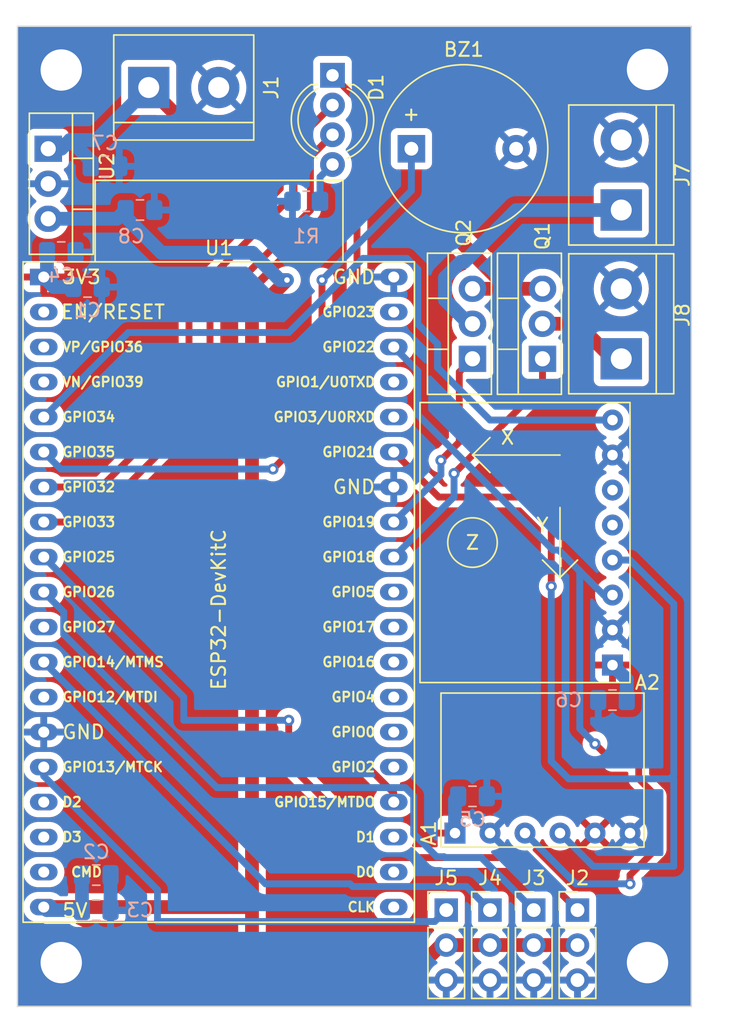
<source format=kicad_pcb>
(kicad_pcb (version 20221018) (generator pcbnew)
  (layers (0 "F.Cu" signal) (31 "B.Cu" signal) (34 "B.Paste" user) (35 "F.Paste" user) (36 "B.SilkS" user "B.Silkscreen") (37 "F.SilkS" user "F.Silkscreen") (38 "B.Mask" user) (39 "F.Mask" user) (44 "Edge.Cuts" user))
  (net 0 "")
  (net 1 "GND")
  (net 2 "+3V3")
  (net 3 "+5V")
  (net 4 "+BATT")
  (net 5 "blueled")
  (net 6 "greenled")
  (net 7 "redled")
  (net 8 "Net-(D1-K)")
  (net 12 "servoout1")
  (net 13 "servoout2")
  (net 14 "servoout3")
  (net 27 "SDA")
  (net 30 "SCL")
  (net 33 "INTMPU")
  (net 34 "buzzer")
  (net 37 "pyro2out")
  (net 38 "pyro1out")
  (net 39 "MOSI")
  (net 40 "servoout4")
  (net 41 "pyro1")
  (net 42 "pyro2")
  (footprint "TerminalBlock:TerminalBlock_bornier-2_P5.08mm" (layer "F.Cu") (at 70.485 41.275 90)
    (fp_text reference "J8" (at 3.175 4.445 90) (layer "F.SilkS"))
    (fp_text value "Screw_Terminal_01x02")
    (fp_line (start -2.54 -3.81) (end -2.54 3.81) (stroke (width 0.12)) (layer "F.SilkS"))
    (fp_line (start -2.54 3.81) (end 7.62 3.81) (stroke (width 0.12)) (layer "F.SilkS"))
    (fp_line (start 7.62 -3.81) (end -2.54 -3.81) (stroke (width 0.12)) (layer "F.SilkS"))
    (fp_line (start 7.62 2.54) (end -2.54 2.54) (stroke (width 0.12)) (layer "F.SilkS"))
    (fp_line (start 7.62 3.81) (end 7.62 -3.81) (stroke (width 0.12)) (layer "F.SilkS"))
    (pad "1" thru_hole rect (at 0 0 90) (size 3 3) (drill 1.52) (layers "*.Cu" "*.Mask") (net 38 "pyro1out"))
    (pad "2" thru_hole circle (at 5.08 0 90) (size 3 3) (drill 1.52) (layers "*.Cu" "*.Mask") (net 1 "GND"))
  )
  (footprint "Connector_PinHeader_2.54mm:PinHeader_1x03_P2.54mm_Vertical" (layer "F.Cu") (at 60.96 81.28)
    (fp_text reference "J4" (at 0 -2.33) (layer "F.SilkS"))
    (fp_text value "Conn_01x03")
    (fp_line (start -1.33 -1.33) (end 0 -1.33) (stroke (width 0.12)) (layer "F.SilkS"))
    (fp_line (start -1.33 0) (end -1.33 -1.33) (stroke (width 0.12)) (layer "F.SilkS"))
    (fp_line (start -1.33 1.27) (end -1.33 6.41) (stroke (width 0.12)) (layer "F.SilkS"))
    (fp_line (start -1.33 1.27) (end 1.33 1.27) (stroke (width 0.12)) (layer "F.SilkS"))
    (fp_line (start -1.33 6.41) (end 1.33 6.41) (stroke (width 0.12)) (layer "F.SilkS"))
    (fp_line (start 1.33 1.27) (end 1.33 6.41) (stroke (width 0.12)) (layer "F.SilkS"))
    (pad "1" thru_hole rect (at 0 0) (size 1.7 1.7) (drill 1) (layers "*.Cu" "*.Mask") (net 14 "servoout3"))
    (pad "2" thru_hole oval (at 0 2.54) (size 1.7 1.7) (drill 1) (layers "*.Cu" "*.Mask") (net 3 "+5V"))
    (pad "3" thru_hole oval (at 0 5.08) (size 1.7 1.7) (drill 1) (layers "*.Cu" "*.Mask") (net 1 "GND"))
  )
  (footprint "Buzzer_Beeper:Buzzer_12x9.5RM7.6" (layer "F.Cu") (at 55.255 26.035)
    (fp_text reference "BZ1" (at 3.8 -7.2) (layer "F.SilkS"))
    (fp_text value "Buzzer")
    (fp_text user "+" (at -0.01 -2.54) (layer "F.SilkS"))
    (fp_circle (center 3.8 0) (end 9.9 0) (stroke (width 0.12)) (fill none) (layer "F.SilkS"))
    (pad "1" thru_hole rect (at 0 0) (size 2 2) (drill 1) (layers "*.Cu" "*.Mask") (net 34 "buzzer"))
    (pad "2" thru_hole circle (at 7.6 0) (size 2 2) (drill 1) (layers "*.Cu" "*.Mask") (net 1 "GND"))
  )
  (footprint "Charleslabs_Parts:MPU6050_Module" (layer "F.Cu") (at 69.85 63.5 180)
    (fp_text reference "A2" (at -2.54 -1.27) (layer "F.SilkS"))
    (fp_text value "MPU6050_Module")
    (fp_text user "Z" (at 10.16 8.89) (layer "F.SilkS"))
    (fp_text user "Y" (at 5.08 10.16) (layer "F.SilkS"))
    (fp_text user "X" (at 7.62 16.51) (layer "F.SilkS"))
    (fp_line (start -1.27 -1.27) (end 13.97 -1.27) (stroke (width 0.12)) (layer "F.SilkS"))
    (fp_line (start -1.27 19.05) (end -1.27 -1.27) (stroke (width 0.12)) (layer "F.SilkS"))
    (fp_line (start 2.54 7.62) (end 3.81 6.35) (stroke (width 0.12)) (layer "F.SilkS"))
    (fp_line (start 3.81 6.35) (end 2.54 7.62) (stroke (width 0.12)) (layer "F.SilkS"))
    (fp_line (start 3.81 6.35) (end 5.08 7.62) (stroke (width 0.12)) (layer "F.SilkS"))
    (fp_line (start 3.81 11.43) (end 3.81 6.35) (stroke (width 0.12)) (layer "F.SilkS"))
    (fp_line (start 3.81 15.24) (end 10.16 15.24) (stroke (width 0.12)) (layer "F.SilkS"))
    (fp_line (start 10.16 15.24) (end 8.89 13.97) (stroke (width 0.12)) (layer "F.SilkS"))
    (fp_line (start 10.16 15.24) (end 8.89 16.51) (stroke (width 0.12)) (layer "F.SilkS"))
    (fp_line (start 13.97 -1.27) (end 13.97 19.05) (stroke (width 0.12)) (layer "F.SilkS"))
    (fp_line (start 13.97 19.05) (end -1.27 19.05) (stroke (width 0.12)) (layer "F.SilkS"))
    (fp_circle (center 10.16 8.89) (end 8.89 7.62) (stroke (width 0.12)) (fill none) (layer "F.SilkS"))
    (pad "1" thru_hole rect (at 0 0 180) (size 1.524 1.524) (drill 0.762) (layers "*.Cu" "*.Mask") (net 2 "+3V3"))
    (pad "2" thru_hole circle (at 0 2.54 180) (size 1.524 1.524) (drill 0.762) (layers "*.Cu" "*.Mask") (net 1 "GND"))
    (pad "3" thru_hole circle (at 0 5.08 180) (size 1.524 1.524) (drill 0.762) (layers "*.Cu" "*.Mask") (net 30 "SCL"))
    (pad "4" thru_hole circle (at 0 7.62 180) (size 1.524 1.524) (drill 0.762) (layers "*.Cu" "*.Mask") (net 27 "SDA"))
    (pad "5" thru_hole circle (at 0 10.16 180) (size 1.524 1.524) (drill 0.762) (layers "*.Cu" "*.Mask"))
    (pad "6" thru_hole circle (at 0 12.7 180) (size 1.524 1.524) (drill 0.762) (layers "*.Cu" "*.Mask"))
    (pad "7" thru_hole circle (at 0 15.24 180) (size 1.524 1.524) (drill 0.762) (layers "*.Cu" "*.Mask") (net 1 "GND"))
    (pad "8" thru_hole circle (at 0 17.78 180) (size 1.524 1.524) (drill 0.762) (layers "*.Cu" "*.Mask") (net 33 "INTMPU"))
  )
  (footprint "Package_TO_SOT_THT:TO-220-3_Vertical" (layer "F.Cu") (at 59.69 41.275 90)
    (fp_text reference "Q2" (at 9.14 -0.635 90) (layer "F.SilkS"))
    (fp_text value "IRF540N")
    (fp_line (start -2.58 -3.27) (end -2.58 1.371) (stroke (width 0.12)) (layer "F.SilkS"))
    (fp_line (start -2.58 -3.27) (end 7.66 -3.27) (stroke (width 0.12)) (layer "F.SilkS"))
    (fp_line (start -2.58 -1.76) (end 7.66 -1.76) (stroke (width 0.12)) (layer "F.SilkS"))
    (fp_line (start -2.58 1.371) (end 7.66 1.371) (stroke (width 0.12)) (layer "F.SilkS"))
    (fp_line (start 0.69 -3.27) (end 0.69 -1.76) (stroke (width 0.12)) (layer "F.SilkS"))
    (fp_line (start 4.391 -3.27) (end 4.391 -1.76) (stroke (width 0.12)) (layer "F.SilkS"))
    (fp_line (start 7.66 -3.27) (end 7.66 1.371) (stroke (width 0.12)) (layer "F.SilkS"))
    (pad "1" thru_hole rect (at 0 0 90) (size 1.905 2) (drill 1.1) (layers "*.Cu" "*.Mask") (net 42 "pyro2"))
    (pad "2" thru_hole oval (at 2.54 0 90) (size 1.905 2) (drill 1.1) (layers "*.Cu" "*.Mask") (net 37 "pyro2out"))
    (pad "3" thru_hole oval (at 5.08 0 90) (size 1.905 2) (drill 1.1) (layers "*.Cu" "*.Mask") (net 4 "+BATT"))
  )
  (footprint "LED_THT:LED_D5.0mm-4_RGB_Wide_Pins" (layer "F.Cu") (at 49.53 20.701 -90)
    (fp_text reference "D1" (at 0.889 -3.175 -90) (layer "F.SilkS"))
    (fp_text value "LED_BGRK")
    (fp_line (start 0.6785 -1.545) (end 0.6785 -1.08) (stroke (width 0.12)) (layer "F.SilkS"))
    (fp_line (start 0.6785 1.08) (end 0.6785 1.545) (stroke (width 0.12)) (layer "F.SilkS"))
    (fp_arc (start 0.6785 -1.54483) (mid 3.496956 -2.978809) (end 6.026315 -1.080827) (stroke (width 0.12)) (layer "F.SilkS"))
    (fp_arc (start 0.983816 -1.08) (mid 3.238262 -2.5) (end 5.492979 -1.080429) (stroke (width 0.12)) (layer "F.SilkS"))
    (fp_arc (start 5.492979 1.080429) (mid 3.238262 2.5) (end 0.983816 1.08) (stroke (width 0.12)) (layer "F.SilkS"))
    (fp_arc (start 6.026315 1.080827) (mid 3.496956 2.978808) (end 0.6785 1.54483) (stroke (width 0.12)) (layer "F.SilkS"))
    (pad "1" thru_hole rect (at 0 0 270) (size 1.8 1.8) (drill 0.9) (layers "*.Cu" "*.Mask") (net 5 "blueled"))
    (pad "2" thru_hole circle (at 2.159 0 270) (size 1.8 1.8) (drill 0.9) (layers "*.Cu" "*.Mask") (net 6 "greenled"))
    (pad "3" thru_hole circle (at 4.318 0 270) (size 1.8 1.8) (drill 0.9) (layers "*.Cu" "*.Mask") (net 7 "redled"))
    (pad "4" thru_hole circle (at 6.477 0 270) (size 1.8 1.8) (drill 0.9) (layers "*.Cu" "*.Mask") (net 8 "Net-(D1-K)"))
  )
  (footprint "TerminalBlock:TerminalBlock_bornier-2_P5.08mm" (layer "F.Cu") (at 36.195 21.59)
    (fp_text reference "J1" (at 8.89 0 90) (layer "F.SilkS"))
    (fp_text value "Screw_Terminal_01x02")
    (fp_line (start -2.54 -3.81) (end -2.54 3.81) (stroke (width 0.12)) (layer "F.SilkS"))
    (fp_line (start -2.54 3.81) (end 7.62 3.81) (stroke (width 0.12)) (layer "F.SilkS"))
    (fp_line (start 7.62 -3.81) (end -2.54 -3.81) (stroke (width 0.12)) (layer "F.SilkS"))
    (fp_line (start 7.62 2.54) (end -2.54 2.54) (stroke (width 0.12)) (layer "F.SilkS"))
    (fp_line (start 7.62 3.81) (end 7.62 -3.81) (stroke (width 0.12)) (layer "F.SilkS"))
    (pad "1" thru_hole rect (at 0 0) (size 3 3) (drill 1.52) (layers "*.Cu" "*.Mask") (net 4 "+BATT"))
    (pad "2" thru_hole circle (at 5.08 0) (size 3 3) (drill 1.52) (layers "*.Cu" "*.Mask") (net 1 "GND"))
  )
  (footprint "Charleslabs_Parts:BMP280_Module" (layer "F.Cu") (at 58.42 75.692 90)
    (fp_text reference "A1" (at 0 -1.905 90) (layer "F.SilkS"))
    (fp_text value "BMP280_Module")
    (fp_line (start -1.016 -1.016) (end 10.16 -1.016) (stroke (width 0.12)) (layer "F.SilkS"))
    (fp_line (start -1.016 13.716) (end -1.016 -1.016) (stroke (width 0.12)) (layer "F.SilkS"))
    (fp_line (start 10.16 -1.016) (end 10.16 13.716) (stroke (width 0.12)) (layer "F.SilkS"))
    (fp_line (start 10.16 13.716) (end -1.016 13.716) (stroke (width 0.12)) (layer "F.SilkS"))
    (pad "1" thru_hole rect (at 0 0 90) (size 1.524 1.524) (drill 0.762) (layers "*.Cu" "*.Mask") (net 2 "+3V3"))
    (pad "2" thru_hole circle (at 0 2.54 90) (size 1.524 1.524) (drill 0.762) (layers "*.Cu" "*.Mask") (net 1 "GND"))
    (pad "3" thru_hole circle (at 0 5.08 90) (size 1.524 1.524) (drill 0.762) (layers "*.Cu" "*.Mask") (net 30 "SCL"))
    (pad "4" thru_hole circle (at 0 7.62 90) (size 1.524 1.524) (drill 0.762) (layers "*.Cu" "*.Mask") (net 27 "SDA"))
    (pad "5" thru_hole circle (at 0 10.16 90) (size 1.524 1.524) (drill 0.762) (layers "*.Cu" "*.Mask") (net 2 "+3V3"))
    (pad "6" thru_hole circle (at 0 12.7 90) (size 1.524 1.524) (drill 0.762) (layers "*.Cu" "*.Mask") (net 1 "GND"))
  )
  (footprint "Connector_PinHeader_2.54mm:PinHeader_1x03_P2.54mm_Vertical" (layer "F.Cu") (at 67.31 81.28)
    (fp_text reference "J2" (at 0 -2.33) (layer "F.SilkS"))
    (fp_text value "Conn_01x03")
    (fp_line (start -1.33 -1.33) (end 0 -1.33) (stroke (width 0.12)) (layer "F.SilkS"))
    (fp_line (start -1.33 0) (end -1.33 -1.33) (stroke (width 0.12)) (layer "F.SilkS"))
    (fp_line (start -1.33 1.27) (end -1.33 6.41) (stroke (width 0.12)) (layer "F.SilkS"))
    (fp_line (start -1.33 1.27) (end 1.33 1.27) (stroke (width 0.12)) (layer "F.SilkS"))
    (fp_line (start -1.33 6.41) (end 1.33 6.41) (stroke (width 0.12)) (layer "F.SilkS"))
    (fp_line (start 1.33 1.27) (end 1.33 6.41) (stroke (width 0.12)) (layer "F.SilkS"))
    (pad "1" thru_hole rect (at 0 0) (size 1.7 1.7) (drill 1) (layers "*.Cu" "*.Mask") (net 12 "servoout1"))
    (pad "2" thru_hole oval (at 0 2.54) (size 1.7 1.7) (drill 1) (layers "*.Cu" "*.Mask") (net 3 "+5V"))
    (pad "3" thru_hole oval (at 0 5.08) (size 1.7 1.7) (drill 1) (layers "*.Cu" "*.Mask") (net 1 "GND"))
  )
  (footprint "TerminalBlock:TerminalBlock_bornier-2_P5.08mm" (layer "F.Cu") (at 70.485 30.48 90)
    (fp_text reference "J7" (at 2.54 4.445 90) (layer "F.SilkS"))
    (fp_text value "Screw_Terminal_01x02")
    (fp_line (start -2.54 -3.81) (end -2.54 3.81) (stroke (width 0.12)) (layer "F.SilkS"))
    (fp_line (start -2.54 3.81) (end 7.62 3.81) (stroke (width 0.12)) (layer "F.SilkS"))
    (fp_line (start 7.62 -3.81) (end -2.54 -3.81) (stroke (width 0.12)) (layer "F.SilkS"))
    (fp_line (start 7.62 2.54) (end -2.54 2.54) (stroke (width 0.12)) (layer "F.SilkS"))
    (fp_line (start 7.62 3.81) (end 7.62 -3.81) (stroke (width 0.12)) (layer "F.SilkS"))
    (pad "1" thru_hole rect (at 0 0 90) (size 3 3) (drill 1.52) (layers "*.Cu" "*.Mask") (net 37 "pyro2out"))
    (pad "2" thru_hole circle (at 5.08 0 90) (size 3 3) (drill 1.52) (layers "*.Cu" "*.Mask") (net 1 "GND"))
  )
  (footprint "Package_TO_SOT_THT:TO-220-3_Vertical" (layer "F.Cu") (at 64.77 41.275 90)
    (fp_text reference "Q1" (at 8.89 0 90) (layer "F.SilkS"))
    (fp_text value "IRF540N")
    (fp_line (start -2.58 -3.27) (end -2.58 1.371) (stroke (width 0.12)) (layer "F.SilkS"))
    (fp_line (start -2.58 -3.27) (end 7.66 -3.27) (stroke (width 0.12)) (layer "F.SilkS"))
    (fp_line (start -2.58 -1.76) (end 7.66 -1.76) (stroke (width 0.12)) (layer "F.SilkS"))
    (fp_line (start -2.58 1.371) (end 7.66 1.371) (stroke (width 0.12)) (layer "F.SilkS"))
    (fp_line (start 0.69 -3.27) (end 0.69 -1.76) (stroke (width 0.12)) (layer "F.SilkS"))
    (fp_line (start 4.391 -3.27) (end 4.391 -1.76) (stroke (width 0.12)) (layer "F.SilkS"))
    (fp_line (start 7.66 -3.27) (end 7.66 1.371) (stroke (width 0.12)) (layer "F.SilkS"))
    (pad "1" thru_hole rect (at 0 0 90) (size 1.905 2) (drill 1.1) (layers "*.Cu" "*.Mask") (net 41 "pyro1"))
    (pad "2" thru_hole oval (at 2.54 0 90) (size 1.905 2) (drill 1.1) (layers "*.Cu" "*.Mask") (net 38 "pyro1out"))
    (pad "3" thru_hole oval (at 5.08 0 90) (size 1.905 2) (drill 1.1) (layers "*.Cu" "*.Mask") (net 4 "+BATT"))
  )
  (footprint "Espressif:ESP32-DevKitC" (layer "F.Cu") (at 28.575 35.34156)
    (fp_text reference "U1" (at 12.7 -2.1) (layer "F.SilkS"))
    (fp_text value "ESP32-DevKitC" (at 12.7 24.13 90) (layer "F.SilkS"))
    (fp_text user "GPIO34" (at 1.27 10.16 unlocked) (layer "F.SilkS") (effects (font (size 0.7 0.7)) (justify left)))
    (fp_text user "D1" (at 24.13 40.64 unlocked) (layer "F.SilkS") (effects (font (size 0.7 0.7)) (justify right)))
    (fp_text user "GPIO33" (at 1.27 17.78 unlocked) (layer "F.SilkS") (effects (font (size 0.7 0.7)) (justify left)))
    (fp_text user "GND" (at 1.27 33.02 unlocked) (layer "F.SilkS") (effects (justify left)))
    (fp_text user "GPIO32" (at 1.27 15.24 unlocked) (layer "F.SilkS") (effects (font (size 0.7 0.7)) (justify left)))
    (fp_text user "CLK" (at 24.13 45.72 unlocked) (layer "F.SilkS") (effects (font (size 0.7 0.7)) (justify right)))
    (fp_text user "GPIO0" (at 24.13 33.02 unlocked) (layer "F.SilkS") (effects (font (size 0.7 0.7)) (justify right)))
    (fp_text user "GPIO5" (at 24.13 22.86 unlocked) (layer "F.SilkS") (effects (font (size 0.7 0.7)) (justify right)))
    (fp_text user "VN/GPIO39" (at 1.27 7.62 unlocked) (layer "F.SilkS") (effects (font (size 0.7 0.7)) (justify left)))
    (fp_text user "GPIO15/MTDO" (at 24.13 38.1 unlocked) (layer "F.SilkS") (effects (font (size 0.7 0.7)) (justify right)))
    (fp_text user "D3" (at 1.27 40.64 unlocked) (layer "F.SilkS") (effects (font (size 0.7 0.7)) (justify left)))
    (fp_text user "GPIO16" (at 24.13 27.94 unlocked) (layer "F.SilkS") (effects (font (size 0.7 0.7)) (justify right)))
    (fp_text user "GPIO27" (at 1.27 25.4 unlocked) (layer "F.SilkS") (effects (font (size 0.7 0.7)) (justify left)))
    (fp_text user "GPIO18" (at 24.13 20.32 unlocked) (layer "F.SilkS") (effects (font (size 0.7 0.7)) (justify right)))
    (fp_text user "D2" (at 1.27 38.1 unlocked) (layer "F.SilkS") (effects (font (size 0.7 0.7)) (justify left)))
    (fp_text user "GND" (at 24.13 15.24 unlocked) (layer "F.SilkS") (effects (justify right)))
    (fp_text user "GPIO25" (at 1.27 20.32 unlocked) (layer "F.SilkS") (effects (font (size 0.7 0.7)) (justify left)))
    (fp_text user "GND" (at 24.13 0 unlocked) (layer "F.SilkS") (effects (justify right)))
    (fp_text user "GPIO2" (at 24.13 35.56 unlocked) (layer "F.SilkS") (effects (font (size 0.7 0.7)) (justify right)))
    (fp_text user "EN/RESET" (at 8.88632 2.53728 unlocked) (layer "F.SilkS") (effects (justify right)))
    (fp_text user "GPIO22" (at 24.13 5.08 unlocked) (layer "F.SilkS") (effects (font (size 0.7 0.7)) (justify right)))
    (fp_text user "GPIO19" (at 24.13 17.78 unlocked) (layer "F.SilkS") (effects (font (size 0.7 0.7)) (justify right)))
    (fp_text user "GPIO12/MTDI" (at 1.27 30.48 unlocked) (layer "F.SilkS") (effects (font (size 0.7 0.7)) (justify left)))
    (fp_text user "5V" (at 1.26632 45.97128 unlocked) (layer "F.SilkS") (effects (justify left)))
    (fp_text user "GPIO17" (at 24.13 25.4 unlocked) (layer "F.SilkS") (effects (font (size 0.7 0.7)) (justify right)))
    (fp_text user "GPIO23" (at 24.13 2.54 unlocked) (layer "F.SilkS") (effects (font (size 0.7 0.7)) (justify right)))
    (fp_text user "GPIO4" (at 24.13 30.48 unlocked) (layer "F.SilkS") (effects (font (size 0.7 0.7)) (justify right)))
    (fp_text user "3V3" (at 1.27 0 unlocked) (layer "F.SilkS") (effects (justify left)))
    (fp_text user "GPIO35" (at 1.27 12.7 unlocked) (layer "F.SilkS") (effects (font (size 0.7 0.7)) (justify left)))
    (fp_text user "D0" (at 24.13 43.18 unlocked) (layer "F.SilkS") (effects (font (size 0.7 0.7)) (justify right)))
    (fp_text user "GPIO14/MTMS" (at 1.27 27.94 unlocked) (layer "F.SilkS") (effects (font (size 0.7 0.7)) (justify left)))
    (fp_text user "GPIO21" (at 24.13 12.7 unlocked) (layer "F.SilkS") (effects (font (size 0.7 0.7)) (justify right)))
    (fp_text user "GPIO26" (at 1.27 22.86 unlocked) (layer "F.SilkS") (effects (font (size 0.7 0.7)) (justify left)))
    (fp_text user "GPIO3/U0RXD" (at 24.13 10.16 unlocked) (layer "F.SilkS") (effects (font (size 0.7 0.7)) (justify right)))
    (fp_text user "VP/GPIO36" (at 1.27 5.08 unlocked) (layer "F.SilkS") (effects (font (size 0.7 0.7)) (justify left)))
    (fp_text user "GPIO1/U0TXD" (at 24.13 7.62 unlocked) (layer "F.SilkS") (effects (font (size 0.7 0.7)) (justify right)))
    (fp_text user "GPIO13/MTCK" (at 1.27 35.56 unlocked) (layer "F.SilkS") (effects (font (size 0.7 0.7)) (justify left)))
    (fp_text user "CMD" (at 1.905 43.18 unlocked) (layer "F.SilkS") (effects (font (size 0.7 0.7)) (justify left)))
    (fp_line (start -1.5 46.82) (end 26.899999 46.82) (stroke (width 0.12)) (layer "F.SilkS"))
    (fp_line (start -1.499999 -1.1) (end -1.5 46.82) (stroke (width 0.12)) (layer "F.SilkS"))
    (fp_line (start 3.73012 -7.01312) (end 21.71332 -7.01312) (stroke (width 0.12)) (layer "F.SilkS"))
    (fp_line (start 3.73012 -1.12032) (end 3.73012 -7.01312) (stroke (width 0.12)) (layer "F.SilkS"))
    (fp_line (start 21.71332 -7.01312) (end 21.71332 -1.12032) (stroke (width 0.12)) (layer "F.SilkS"))
    (fp_line (start 26.899999 46.82) (end 26.9 -1.1) (stroke (width 0.12)) (layer "F.SilkS"))
    (fp_line (start 26.9 -1.1) (end -1.499999 -1.1) (stroke (width 0.12)) (layer "F.SilkS"))
    (pad "1" thru_hole rect (at 0 0 270) (size 1.2 2) (drill 0.8) (layers "*.Cu" "*.Mask") (net 2 "+3V3"))
    (pad "2" thru_hole oval (at 0 2.54 270) (size 1.2 2) (drill 0.8) (layers "*.Cu" "*.Mask"))
    (pad "3" thru_hole oval (at 0 5.08 270) (size 1.2 2) (drill 0.8) (layers "*.Cu" "*.Mask"))
    (pad "4" thru_hole oval (at 0 7.62 270) (size 1.2 2) (drill 0.8) (layers "*.Cu" "*.Mask"))
    (pad "5" thru_hole oval (at 0 10.16 270) (size 1.2 2) (drill 0.8) (layers "*.Cu" "*.Mask") (net 33 "INTMPU"))
    (pad "6" thru_hole oval (at 0 12.7 270) (size 1.2 2) (drill 0.8) (layers "*.Cu" "*.Mask") (net 34 "buzzer"))
    (pad "7" thru_hole oval (at 0 15.24 270) (size 1.2 2) (drill 0.8) (layers "*.Cu" "*.Mask") (net 6 "greenled"))
    (pad "8" thru_hole oval (at 0 17.78 270) (size 1.2 2) (drill 0.8) (layers "*.Cu" "*.Mask") (net 7 "redled"))
    (pad "9" thru_hole oval (at 0 20.32 270) (size 1.2 2) (drill 0.8) (layers "*.Cu" "*.Mask") (net 12 "servoout1"))
    (pad "10" thru_hole oval (at 0 22.86 270) (size 1.2 2) (drill 0.8) (layers "*.Cu" "*.Mask") (net 13 "servoout2"))
    (pad "11" thru_hole oval (at 0 25.4 270) (size 1.2 2) (drill 0.8) (layers "*.Cu" "*.Mask"))
    (pad "12" thru_hole oval (at 0 27.94 270) (size 1.2 2) (drill 0.8) (layers "*.Cu" "*.Mask") (net 14 "servoout3"))
    (pad "13" thru_hole oval (at 0 30.48 270) (size 1.2 2) (drill 0.8) (layers "*.Cu" "*.Mask"))
    (pad "14" thru_hole oval (at 0 33.02 270) (size 1.2 2) (drill 0.8) (layers "*.Cu" "*.Mask") (net 1 "GND"))
    (pad "15" thru_hole oval (at 0 35.56 270) (size 1.2 2) (drill 0.8) (layers "*.Cu" "*.Mask") (net 40 "servoout4"))
    (pad "16" thru_hole oval (at 0 38.1 270) (size 1.2 2) (drill 0.8) (layers "*.Cu" "*.Mask"))
    (pad "17" thru_hole oval (at 0 40.64 270) (size 1.2 2) (drill 0.8) (layers "*.Cu" "*.Mask"))
    (pad "18" thru_hole oval (at 0 43.18 270) (size 1.2 2) (drill 0.8) (layers "*.Cu" "*.Mask"))
    (pad "19" thru_hole oval (at 0 45.72 270) (size 1.2 2) (drill 0.8) (layers "*.Cu" "*.Mask") (net 3 "+5V"))
    (pad "20" thru_hole oval (at 25.39632 45.71728 270) (size 1.2 2) (drill 0.8) (layers "*.Cu" "*.Mask"))
    (pad "21" thru_hole oval (at 25.39632 43.17728 270) (size 1.2 2) (drill 0.8) (layers "*.Cu" "*.Mask"))
    (pad "22" thru_hole oval (at 25.4 40.64 270) (size 1.2 2) (drill 0.8) (layers "*.Cu" "*.Mask"))
    (pad "23" thru_hole oval (at 25.4 38.1 270) (size 1.2 2) (drill 0.8) (layers "*.Cu" "*.Mask") (net 5 "blueled"))
    (pad "24" thru_hole oval (at 25.4 35.56 270) (size 1.2 2) (drill 0.8) (layers "*.Cu" "*.Mask"))
    (pad "25" thru_hole oval (at 25.4 33.02 270) (size 1.2 2) (drill 0.8) (layers "*.Cu" "*.Mask"))
    (pad "26" thru_hole oval (at 25.4 30.48 270) (size 1.2 2) (drill 0.8) (layers "*.Cu" "*.Mask"))
    (pad "27" thru_hole oval (at 25.4 27.94 270) (size 1.2 2) (drill 0.8) (layers "*.Cu" "*.Mask"))
    (pad "28" thru_hole oval (at 25.4 25.4 270) (size 1.2 2) (drill 0.8) (layers "*.Cu" "*.Mask"))
    (pad "29" thru_hole oval (at 25.4 22.86 270) (size 1.2 2) (drill 0.8) (layers "*.Cu" "*.Mask"))
    (pad "30" thru_hole oval (at 25.4 20.32 270) (size 1.2 2) (drill 0.8) (layers "*.Cu" "*.Mask") (net 41 "pyro1"))
    (pad "31" thru_hole oval (at 25.4 17.78 270) (size 1.2 2) (drill 0.8) (layers "*.Cu" "*.Mask") (net 42 "pyro2"))
    (pad "32" thru_hole oval (at 25.4 15.24 270) (size 1.2 2) (drill 0.8) (layers "*.Cu" "*.Mask") (net 1 "GND"))
    (pad "33" thru_hole oval (at 25.4 12.7 270) (size 1.2 2) (drill 0.8) (layers "*.Cu" "*.Mask") (net 27 "SDA"))
    (pad "34" thru_hole oval (at 25.4 10.16 270) (size 1.2 2) (drill 0.8) (layers "*.Cu" "*.Mask"))
    (pad "35" thru_hole oval (at 25.4 7.62 270) (size 1.2 2) (drill 0.8) (layers "*.Cu" "*.Mask"))
    (pad "36" thru_hole oval (at 25.4 5.08 270) (size 1.2 2) (drill 0.8) (layers "*.Cu" "*.Mask") (net 30 "SCL"))
    (pad "37" thru_hole oval (at 25.4 2.54 270) (size 1.2 2) (drill 0.8) (layers "*.Cu" "*.Mask") (net 39 "MOSI"))
    (pad "38" thru_hole oval (at 25.4 0 270) (size 1.2 2) (drill 0.8) (layers "*.Cu" "*.Mask") (net 1 "GND"))
  )
  (footprint "Connector_PinHeader_2.54mm:PinHeader_1x03_P2.54mm_Vertical" (layer "F.Cu") (at 57.785 81.28)
    (fp_text reference "J5" (at 0 -2.33) (layer "F.SilkS"))
    (fp_text value "Conn_01x03")
    (fp_line (start -1.33 -1.33) (end 0 -1.33) (stroke (width 0.12)) (layer "F.SilkS"))
    (fp_line (start -1.33 0) (end -1.33 -1.33) (stroke (width 0.12)) (layer "F.SilkS"))
    (fp_line (start -1.33 1.27) (end -1.33 6.41) (stroke (width 0.12)) (layer "F.SilkS"))
    (fp_line (start -1.33 1.27) (end 1.33 1.27) (stroke (width 0.12)) (layer "F.SilkS"))
    (fp_line (start -1.33 6.41) (end 1.33 6.41) (stroke (width 0.12)) (layer "F.SilkS"))
    (fp_line (start 1.33 1.27) (end 1.33 6.41) (stroke (width 0.12)) (layer "F.SilkS"))
    (pad "1" thru_hole rect (at 0 0) (size 1.7 1.7) (drill 1) (layers "*.Cu" "*.Mask") (net 40 "servoout4"))
    (pad "2" thru_hole oval (at 0 2.54) (size 1.7 1.7) (drill 1) (layers "*.Cu" "*.Mask") (net 3 "+5V"))
    (pad "3" thru_hole oval (at 0 5.08) (size 1.7 1.7) (drill 1) (layers "*.Cu" "*.Mask") (net 1 "GND"))
  )
  (footprint "Connector_PinHeader_2.54mm:PinHeader_1x03_P2.54mm_Vertical" (layer "F.Cu") (at 64.135 81.28)
    (fp_text reference "J3" (at 0 -2.33) (layer "F.SilkS"))
    (fp_text value "Conn_01x03")
    (fp_line (start -1.33 -1.33) (end 0 -1.33) (stroke (width 0.12)) (layer "F.SilkS"))
    (fp_line (start -1.33 0) (end -1.33 -1.33) (stroke (width 0.12)) (layer "F.SilkS"))
    (fp_line (start -1.33 1.27) (end -1.33 6.41) (stroke (width 0.12)) (layer "F.SilkS"))
    (fp_line (start -1.33 1.27) (end 1.33 1.27) (stroke (width 0.12)) (layer "F.SilkS"))
    (fp_line (start -1.33 6.41) (end 1.33 6.41) (stroke (width 0.12)) (layer "F.SilkS"))
    (fp_line (start 1.33 1.27) (end 1.33 6.41) (stroke (width 0.12)) (layer "F.SilkS"))
    (pad "1" thru_hole rect (at 0 0) (size 1.7 1.7) (drill 1) (layers "*.Cu" "*.Mask") (net 13 "servoout2"))
    (pad "2" thru_hole oval (at 0 2.54) (size 1.7 1.7) (drill 1) (layers "*.Cu" "*.Mask") (net 3 "+5V"))
    (pad "3" thru_hole oval (at 0 5.08) (size 1.7 1.7) (drill 1) (layers "*.Cu" "*.Mask") (net 1 "GND"))
  )
  (footprint "Package_TO_SOT_THT:TO-220-3_Vertical" (layer "F.Cu") (at 28.9 26.035 -90)
    (fp_text reference "U2" (at 1.27 -4.27 -270) (layer "F.SilkS"))
    (fp_text value "LM7805_TO220")
    (fp_line (start -2.58 -3.27) (end -2.58 1.371) (stroke (width 0.12)) (layer "F.SilkS"))
    (fp_line (start -2.58 -3.27) (end 7.66 -3.27) (stroke (width 0.12)) (layer "F.SilkS"))
    (fp_line (start -2.58 -1.76) (end 7.66 -1.76) (stroke (width 0.12)) (layer "F.SilkS"))
    (fp_line (start -2.58 1.371) (end 7.66 1.371) (stroke (width 0.12)) (layer "F.SilkS"))
    (fp_line (start 0.69 -3.27) (end 0.69 -1.76) (stroke (width 0.12)) (layer "F.SilkS"))
    (fp_line (start 4.391 -3.27) (end 4.391 -1.76) (stroke (width 0.12)) (layer "F.SilkS"))
    (fp_line (start 7.66 -3.27) (end 7.66 1.371) (stroke (width 0.12)) (layer "F.SilkS"))
    (pad "1" thru_hole rect (at 0 0 270) (size 1.905 2) (drill 1.1) (layers "*.Cu" "*.Mask") (net 4 "+BATT"))
    (pad "2" thru_hole oval (at 2.54 0 270) (size 1.905 2) (drill 1.1) (layers "*.Cu" "*.Mask") (net 1 "GND"))
    (pad "3" thru_hole oval (at 5.08 0 270) (size 1.905 2) (drill 1.1) (layers "*.Cu" "*.Mask") (net 3 "+5V"))
  )
  (footprint "Capacitor_SMD:C_0805_2012Metric_Pad1.18x1.45mm_HandSolder" (layer "B.Cu") (at 59.69 73.025)
    (fp_text reference "C5" (at 0 1.68) (layer "B.SilkS") (effects (justify mirror)))
    (fp_text value "1uf")
    (fp_line (start -0.261252 -0.735) (end 0.261252 -0.735) (stroke (width 0.12)) (layer "B.SilkS"))
    (fp_line (start -0.261252 0.735) (end 0.261252 0.735) (stroke (width 0.12)) (layer "B.SilkS"))
    (pad "1" smd roundrect (at -1.0375 0) (size 1.175 1.45) (layers "B.Cu" "B.Paste" "B.Mask") (roundrect_rratio 0.212766) (net 2 "+3V3"))
    (pad "2" smd roundrect (at 1.0375 0) (size 1.175 1.45) (layers "B.Cu" "B.Paste" "B.Mask") (roundrect_rratio 0.212766) (net 1 "GND"))
  )
  (footprint "Capacitor_SMD:C_0805_2012Metric_Pad1.18x1.45mm_HandSolder" (layer "B.Cu") (at 31.75 36.068)
    (fp_text reference "C1" (at 0 1.68) (layer "B.SilkS") (effects (justify mirror)))
    (fp_text value "1uf")
    (fp_line (start -0.261252 -0.735) (end 0.261252 -0.735) (stroke (width 0.12)) (layer "B.SilkS"))
    (fp_line (start -0.261252 0.735) (end 0.261252 0.735) (stroke (width 0.12)) (layer "B.SilkS"))
    (pad "1" smd roundrect (at -1.0375 0) (size 1.175 1.45) (layers "B.Cu" "B.Paste" "B.Mask") (roundrect_rratio 0.212766) (net 2 "+3V3"))
    (pad "2" smd roundrect (at 1.0375 0) (size 1.175 1.45) (layers "B.Cu" "B.Paste" "B.Mask") (roundrect_rratio 0.212766) (net 1 "GND"))
  )
  (footprint "Capacitor_SMD:C_0805_2012Metric_Pad1.18x1.45mm_HandSolder" (layer "B.Cu") (at 29.845 33.528)
    (fp_text reference "C4" (at 0 1.68) (layer "B.SilkS") (effects (justify mirror)))
    (fp_text value "1uf")
    (fp_line (start -0.261252 -0.735) (end 0.261252 -0.735) (stroke (width 0.12)) (layer "B.SilkS"))
    (fp_line (start -0.261252 0.735) (end 0.261252 0.735) (stroke (width 0.12)) (layer "B.SilkS"))
    (pad "1" smd roundrect (at -1.0375 0) (size 1.175 1.45) (layers "B.Cu" "B.Paste" "B.Mask") (roundrect_rratio 0.212766) (net 2 "+3V3"))
    (pad "2" smd roundrect (at 1.0375 0) (size 1.175 1.45) (layers "B.Cu" "B.Paste" "B.Mask") (roundrect_rratio 0.212766) (net 1 "GND"))
  )
  (footprint "Capacitor_SMD:C_0805_2012Metric_Pad1.18x1.45mm_HandSolder" (layer "B.Cu") (at 69.85 66.04 180)
    (fp_text reference "C6" (at 3.175 0) (layer "B.SilkS") (effects (justify mirror)))
    (fp_text value "1uf")
    (fp_line (start -0.261252 -0.735) (end 0.261252 -0.735) (stroke (width 0.12)) (layer "B.SilkS"))
    (fp_line (start -0.261252 0.735) (end 0.261252 0.735) (stroke (width 0.12)) (layer "B.SilkS"))
    (pad "1" smd roundrect (at -1.0375 0 180) (size 1.175 1.45) (layers "B.Cu" "B.Paste" "B.Mask") (roundrect_rratio 0.212766) (net 2 "+3V3"))
    (pad "2" smd roundrect (at 1.0375 0 180) (size 1.175 1.45) (layers "B.Cu" "B.Paste" "B.Mask") (roundrect_rratio 0.212766) (net 1 "GND"))
  )
  (footprint "Capacitor_SMD:C_0805_2012Metric_Pad1.18x1.45mm_HandSolder" (layer "B.Cu") (at 32.385 78.74 180)
    (fp_text reference "C2" (at 0 1.68) (layer "B.SilkS") (effects (justify mirror)))
    (fp_text value "1uf")
    (fp_line (start -0.261252 -0.735) (end 0.261252 -0.735) (stroke (width 0.12)) (layer "B.SilkS"))
    (fp_line (start -0.261252 0.735) (end 0.261252 0.735) (stroke (width 0.12)) (layer "B.SilkS"))
    (pad "1" smd roundrect (at -1.0375 0 180) (size 1.175 1.45) (layers "B.Cu" "B.Paste" "B.Mask") (roundrect_rratio 0.212766) (net 1 "GND"))
    (pad "2" smd roundrect (at 1.0375 0 180) (size 1.175 1.45) (layers "B.Cu" "B.Paste" "B.Mask") (roundrect_rratio 0.212766) (net 3 "+5V"))
  )
  (footprint "Capacitor_SMD:C_0805_2012Metric_Pad1.18x1.45mm_HandSolder" (layer "B.Cu") (at 35.56 30.48 180)
    (fp_text reference "C8" (at 0.635 -1.905) (layer "B.SilkS") (effects (justify mirror)))
    (fp_text value "0.1uf")
    (fp_line (start -0.261252 -0.735) (end 0.261252 -0.735) (stroke (width 0.12)) (layer "B.SilkS"))
    (fp_line (start -0.261252 0.735) (end 0.261252 0.735) (stroke (width 0.12)) (layer "B.SilkS"))
    (pad "1" smd roundrect (at -1.0375 0 180) (size 1.175 1.45) (layers "B.Cu" "B.Paste" "B.Mask") (roundrect_rratio 0.212766) (net 1 "GND"))
    (pad "2" smd roundrect (at 1.0375 0 180) (size 1.175 1.45) (layers "B.Cu" "B.Paste" "B.Mask") (roundrect_rratio 0.212766) (net 3 "+5V"))
  )
  (footprint "Resistor_SMD:R_0805_2012Metric_Pad1.20x1.40mm_HandSolder" (layer "B.Cu") (at 47.625 29.845)
    (fp_text reference "R1" (at 0 2.54) (layer "B.SilkS") (effects (justify mirror)))
    (fp_text value "R1k")
    (fp_line (start -0.227064 -0.735) (end 0.227064 -0.735) (stroke (width 0.12)) (layer "B.SilkS"))
    (fp_line (start -0.227064 0.735) (end 0.227064 0.735) (stroke (width 0.12)) (layer "B.SilkS"))
    (pad "1" smd roundrect (at -1 0) (size 1.2 1.4) (layers "B.Cu" "B.Paste" "B.Mask") (roundrect_rratio 0.208333) (net 1 "GND"))
    (pad "2" smd roundrect (at 1 0) (size 1.2 1.4) (layers "B.Cu" "B.Paste" "B.Mask") (roundrect_rratio 0.208333) (net 8 "Net-(D1-K)"))
  )
  (footprint "Capacitor_SMD:C_0805_2012Metric_Pad1.18x1.45mm_HandSolder" (layer "B.Cu") (at 32.385 81.28 180)
    (fp_text reference "C3" (at -3.175 0) (layer "B.SilkS") (effects (justify mirror)))
    (fp_text value "1uf")
    (fp_line (start -0.261252 -0.735) (end 0.261252 -0.735) (stroke (width 0.12)) (layer "B.SilkS"))
    (fp_line (start -0.261252 0.735) (end 0.261252 0.735) (stroke (width 0.12)) (layer "B.SilkS"))
    (pad "1" smd roundrect (at -1.0375 0 180) (size 1.175 1.45) (layers "B.Cu" "B.Paste" "B.Mask") (roundrect_rratio 0.212766) (net 1 "GND"))
    (pad "2" smd roundrect (at 1.0375 0 180) (size 1.175 1.45) (layers "B.Cu" "B.Paste" "B.Mask") (roundrect_rratio 0.212766) (net 3 "+5V"))
  )
  (footprint "Capacitor_SMD:C_0805_2012Metric_Pad1.18x1.45mm_HandSolder" (layer "B.Cu") (at 33.02 27.305 180)
    (fp_text reference "C7" (at 0 1.68) (layer "B.SilkS") (effects (justify mirror)))
    (fp_text value "0.33uf")
    (fp_line (start -0.261252 -0.735) (end 0.261252 -0.735) (stroke (width 0.12)) (layer "B.SilkS"))
    (fp_line (start -0.261252 0.735) (end 0.261252 0.735) (stroke (width 0.12)) (layer "B.SilkS"))
    (pad "1" smd roundrect (at -1.0375 0 180) (size 1.175 1.45) (layers "B.Cu" "B.Paste" "B.Mask") (roundrect_rratio 0.212766) (net 1 "GND"))
    (pad "2" smd roundrect (at 1.0375 0 180) (size 1.175 1.45) (layers "B.Cu" "B.Paste" "B.Mask") (roundrect_rratio 0.212766) (net 4 "+BATT"))
  )
  (gr_rect (start 26.67 17.145) (end 75.565 88.265) (stroke (width 0.1)) (fill none) (layer "Edge.Cuts"))
  (via (at 29.845 20.32) (size 5) (drill 3) (layers "F.Cu" "B.Cu") (net 1))
  (via (at 29.845 85.09) (size 5) (drill 3) (layers "F.Cu" "B.Cu") (net 1))
  (via (at 72.39 20.28) (size 5) (drill 3) (layers "F.Cu" "B.Cu") (net 1))
  (via (at 72.39 85.09) (size 5) (drill 3) (layers "F.Cu" "B.Cu") (net 1))
  (segment (start 31.38306 84.23656) (end 31.4745 84.328) (width 1) (layer "B.Cu") (net 1))
  (segment (start 28.575 84.23656) (end 31.38306 84.23656) (width 1) (layer "B.Cu") (net 1))
  (segment (start 33.4225 78.74) (end 33.4225 81.28) (width 1) (layer "B.Cu") (net 1))
  (segment (start 31.3475 84.201) (end 31.4745 84.328) (width 1) (layer "B.Cu") (net 1))
  (segment (start 70.8875 66.04) (end 70.8875 64.5375) (width 1) (layer "B.Cu") (net 2))
  (segment (start 28.8075 35.10906) (end 28.575 35.34156) (width 1) (layer "B.Cu") (net 2))
  (segment (start 28.8075 33.528) (end 28.8075 35.10906) (width 1) (layer "B.Cu") (net 2))
  (segment (start 29.30144 36.068) (end 28.575 35.34156) (width 1) (layer "B.Cu") (net 2))
  (segment (start 58.42 75.692) (end 58.42 73.2575) (width 1) (layer "B.Cu") (net 2))
  (segment (start 30.7125 36.068) (end 29.30144 36.068) (width 1) (layer "B.Cu") (net 2))
  (segment (start 58.42 73.2575) (end 58.6525 73.025) (width 1) (layer "B.Cu") (net 2))
  (segment (start 70.8875 64.5375) (end 69.85 63.5) (width 1) (layer "B.Cu") (net 2))
  (segment (start 43.688 38.1) (end 46.228 35.56) (width 1) (layer "F.Cu") (net 3))
  (segment (start 57.404 83.82) (end 54.356 86.868) (width 1) (layer "F.Cu") (net 3))
  (segment (start 43.688 86.868) (end 43.688 81.28) (width 1) (layer "F.Cu") (net 3))
  (segment (start 28.575 81.06156) (end 43.46956 81.06156) (width 1) (layer "F.Cu") (net 3))
  (segment (start 54.356 86.868) (end 43.688 86.868) (width 1) (layer "F.Cu") (net 3))
  (segment (start 57.912 83.82) (end 57.404 83.82) (width 1) (layer "F.Cu") (net 3))
  (segment (start 43.688 81.28) (end 43.688 38.1) (width 1) (layer "F.Cu") (net 3))
  (segment (start 65.024 83.82) (end 61.468 83.82) (width 1) (layer "F.Cu") (net 3))
  (segment (start 61.468 83.82) (end 57.912 83.82) (width 1) (layer "F.Cu") (net 3))
  (segment (start 43.46956 81.06156) (end 43.688 81.28) (width 1) (layer "F.Cu") (net 3))
  (segment (start 64.135 83.82) (end 67.31 83.82) (width 1) (layer "F.Cu") (net 3))
  (via (at 46.228 35.56) (size 0.8) (drill 0.4) (layers "F.Cu" "B.Cu") (net 3))
  (segment (start 31.3475 81.28) (end 28.79344 81.28) (width 1) (layer "B.Cu") (net 3))
  (segment (start 34.5225 30.985267) (end 34.5225 30.48) (width 1) (layer "B.Cu") (net 3))
  (segment (start 46.228 35.56) (end 45.708233 35.56) (width 1) (layer "B.Cu") (net 3))
  (segment (start 31.3475 78.74) (end 31.3475 81.28) (width 1) (layer "B.Cu") (net 3))
  (segment (start 28.79344 81.28) (end 28.575 81.06156) (width 1) (layer "B.Cu") (net 3))
  (segment (start 37.119 33.581767) (end 34.5225 30.985267) (width 1) (layer "B.Cu") (net 3))
  (segment (start 45.708233 35.56) (end 43.73 33.581767) (width 1) (layer "B.Cu") (net 3))
  (segment (start 43.73 33.581767) (end 37.119 33.581767) (width 1) (layer "B.Cu") (net 3))
  (segment (start 33.8875 31.115) (end 28.9 31.115) (width 1) (layer "B.Cu") (net 3))
  (segment (start 34.5225 30.48) (end 33.8875 31.115) (width 1) (layer "B.Cu") (net 3))
  (segment (start 48.016 18.415) (end 42.341 24.09) (width 1) (layer "F.Cu") (net 4))
  (segment (start 62.23 36.195) (end 58.42 32.385) (width 1) (layer "F.Cu") (net 4))
  (segment (start 58.42 22.86) (end 55.245 19.685) (width 1) (layer "F.Cu") (net 4))
  (segment (start 42.341 24.09) (end 38.695 24.09) (width 1) (layer "F.Cu") (net 4))
  (segment (start 55.245 19.685) (end 52.07 19.685) (width 1) (layer "F.Cu") (net 4))
  (segment (start 64.77 36.195) (end 62.23 36.195) (width 1) (layer "F.Cu") (net 4))
  (segment (start 38.695 24.09) (end 36.195 21.59) (width 1) (layer "F.Cu") (net 4))
  (segment (start 62.23 36.195) (end 59.69 36.195) (width 1) (layer "F.Cu") (net 4))
  (segment (start 52.07 19.685) (end 50.8 18.415) (width 1) (layer "F.Cu") (net 4))
  (segment (start 58.42 32.385) (end 58.42 22.86) (width 1) (layer "F.Cu") (net 4))
  (segment (start 50.8 18.415) (end 48.016 18.415) (width 1) (layer "F.Cu") (net 4))
  (segment (start 32.385 25.4) (end 36.195 21.59) (width 1) (layer "B.Cu") (net 4))
  (segment (start 29.845 26.035) (end 30.48 25.4) (width 1) (layer "B.Cu") (net 4))
  (segment (start 28.9 26.035) (end 29.845 26.035) (width 1) (layer "B.Cu") (net 4))
  (segment (start 31.9825 26.9025) (end 30.48 25.4) (width 1) (layer "B.Cu") (net 4))
  (segment (start 31.9825 27.305) (end 31.9825 26.9025) (width 1) (layer "B.Cu") (net 4))
  (segment (start 30.48 25.4) (end 32.385 25.4) (width 1) (layer "B.Cu") (net 4))
  (segment (start 53.975 73.44156) (end 53.975 72.786484) (width 0.5) (layer "F.Cu") (net 5))
  (segment (start 51.308 70.119484) (end 51.308 22.479) (width 0.5) (layer "F.Cu") (net 5))
  (segment (start 53.975 72.786484) (end 51.308 70.119484) (width 0.5) (layer "F.Cu") (net 5))
  (segment (start 51.308 22.479) (end 49.53 20.701) (width 0.5) (layer "F.Cu") (net 5))
  (segment (start 39.116 44.196) (end 39.116 36.957) (width 0.5) (layer "F.Cu") (net 6))
  (segment (start 39.116 36.957) (end 46.736 29.337) (width 0.5) (layer "F.Cu") (net 6))
  (segment (start 28.575 50.58156) (end 32.73044 50.58156) (width 0.5) (layer "F.Cu") (net 6))
  (segment (start 46.736 29.337) (end 46.736 25.908) (width 0.5) (layer "F.Cu") (net 6))
  (segment (start 47.625 25.019) (end 47.625 24.765) (width 0.5) (layer "F.Cu") (net 6))
  (segment (start 46.736 25.908) (end 47.625 25.019) (width 0.5) (layer "F.Cu") (net 6))
  (segment (start 47.625 24.765) (end 49.53 22.86) (width 0.5) (layer "F.Cu") (net 6))
  (segment (start 32.73044 50.58156) (end 39.116 44.196) (width 0.5) (layer "F.Cu") (net 6))
  (segment (start 47.926 26.623) (end 49.53 25.019) (width 0.5) (layer "F.Cu") (net 7))
  (segment (start 40.64 37.784) (end 47.926 30.498) (width 0.5) (layer "F.Cu") (net 7))
  (segment (start 28.575 53.12156) (end 31.96844 53.12156) (width 0.5) (layer "F.Cu") (net 7))
  (segment (start 31.96844 53.12156) (end 40.64 44.45) (width 0.5) (layer "F.Cu") (net 7))
  (segment (start 40.64 44.45) (end 40.64 37.784) (width 0.5) (layer "F.Cu") (net 7))
  (segment (start 47.926 30.498) (end 47.926 26.623) (width 0.5) (layer "F.Cu") (net 7))
  (segment (start 48.625 29.845) (end 48.625 28.083) (width 0.5) (layer "B.Cu") (net 8))
  (segment (start 48.625 28.083) (end 49.53 27.178) (width 0.5) (layer "B.Cu") (net 8))
  (segment (start 63.5 77.47) (end 54.807404 77.47) (width 0.5) (layer "F.Cu") (net 12))
  (segment (start 54.806244 77.46884) (end 53.136396 77.46884) (width 0.5) (layer "F.Cu") (net 12))
  (segment (start 67.31 81.28) (end 63.5 77.47) (width 0.5) (layer "F.Cu") (net 12))
  (segment (start 54.807404 77.47) (end 54.806244 77.46884) (width 0.5) (layer "F.Cu") (net 12))
  (segment (start 53.136396 77.46884) (end 46.355 70.687444) (width 0.5) (layer "F.Cu") (net 12))
  (segment (start 46.355 70.687444) (end 46.355 67.50656) (width 0.5) (layer "F.Cu") (net 12))
  (via (at 46.355 67.50656) (size 0.8) (drill 0.4) (layers "F.Cu" "B.Cu") (net 12))
  (segment (start 46.355 67.50656) (end 38.735 67.50656) (width 0.5) (layer "B.Cu") (net 12))
  (segment (start 38.735 67.50656) (end 38.735 65.82156) (width 0.5) (layer "B.Cu") (net 12))
  (segment (start 38.735 65.82156) (end 28.575 55.66156) (width 0.5) (layer "B.Cu") (net 12))
  (segment (start 55.425 73.006636) (end 54.809924 72.39156) (width 0.5) (layer "B.Cu") (net 13))
  (segment (start 54.809924 72.39156) (end 41.140051 72.39156) (width 0.5) (layer "B.Cu") (net 13))
  (segment (start 30.025 59.65156) (end 28.575 58.20156) (width 0.5) (layer "B.Cu") (net 13))
  (segment (start 57.62851 77.40656) (end 57.08656 77.40656) (width 0.5) (layer "B.Cu") (net 13))
  (segment (start 57.69195 77.47) (end 57.62851 77.40656) (width 0.5) (layer "B.Cu") (net 13))
  (segment (start 41.140051 72.39156) (end 30.025 61.276509) (width 0.5) (layer "B.Cu") (net 13))
  (segment (start 55.425 75.745) (end 55.425 73.006636) (width 0.5) (layer "B.Cu") (net 13))
  (segment (start 57.08656 77.40656) (end 55.425 75.745) (width 0.5) (layer "B.Cu") (net 13))
  (segment (start 64.135 81.28) (end 60.325 77.47) (width 0.5) (layer "B.Cu") (net 13))
  (segment (start 30.025 61.276509) (end 30.025 59.65156) (width 0.5) (layer "B.Cu") (net 13))
  (segment (start 60.325 77.47) (end 57.69195 77.47) (width 0.5) (layer "B.Cu") (net 13))
  (segment (start 59.24884 79.56884) (end 50.99384 79.56884) (width 0.5) (layer "B.Cu") (net 14))
  (segment (start 60.96 81.28) (end 59.24884 79.56884) (width 0.5) (layer "B.Cu") (net 14))
  (segment (start 28.575 63.28156) (end 44.66844 79.375) (width 0.5) (layer "B.Cu") (net 14))
  (segment (start 44.66844 79.375) (end 50.8 79.375) (width 0.5) (layer "B.Cu") (net 14))
  (segment (start 50.99384 79.56884) (end 50.8 79.375) (width 0.5) (layer "B.Cu") (net 14))
  (segment (start 57.24144 51.308) (end 53.975 48.04156) (width 0.5) (layer "F.Cu") (net 27))
  (segment (start 65.405 57.785) (end 65.405 53.213) (width 0.5) (layer "F.Cu") (net 27))
  (segment (start 65.405 53.213) (end 63.5 51.308) (width 0.5) (layer "F.Cu") (net 27))
  (segment (start 63.5 51.308) (end 57.24144 51.308) (width 0.5) (layer "F.Cu") (net 27))
  (via (at 65.405 57.785) (size 0.8) (drill 0.4) (layers "F.Cu" "B.Cu") (net 27))
  (segment (start 66.675 71.755) (end 74.041 71.755) (width 0.5) (layer "B.Cu") (net 27))
  (segment (start 71.12 55.88) (end 74.295 59.055) (width 0.5) (layer "B.Cu") (net 27))
  (segment (start 65.405 57.785) (end 65.405 70.485) (width 0.5) (layer "B.Cu") (net 27))
  (segment (start 68.453 78.105) (end 74.295 78.105) (width 0.5) (layer "B.Cu") (net 27))
  (segment (start 74.295 71.755) (end 74.295 78.105) (width 0.5) (layer "B.Cu") (net 27))
  (segment (start 65.405 70.485) (end 66.675 71.755) (width 0.5) (layer "B.Cu") (net 27))
  (segment (start 66.04 75.692) (end 68.453 78.105) (width 0.5) (layer "B.Cu") (net 27))
  (segment (start 74.168 71.628) (end 74.295 71.755) (width 0.5) (layer "B.Cu") (net 27))
  (segment (start 74.041 71.755) (end 74.168 71.628) (width 0.5) (layer "B.Cu") (net 27))
  (segment (start 74.295 71.501) (end 74.168 71.628) (width 0.5) (layer "B.Cu") (net 27))
  (segment (start 74.295 59.055) (end 74.295 71.501) (width 0.5) (layer "B.Cu") (net 27))
  (segment (start 71.12 55.88) (end 69.85 55.88) (width 0.5) (layer "B.Cu") (net 27))
  (segment (start 73.025 76.835) (end 73.025 73.025) (width 0.5) (layer "F.Cu") (net 30))
  (segment (start 71.12 79.375) (end 71.12 78.74) (width 0.5) (layer "F.Cu") (net 30))
  (segment (start 71.755 70.485) (end 69.85 70.485) (width 0.5) (layer "F.Cu") (net 30))
  (segment (start 73.025 73.025) (end 71.755 71.755) (width 0.5) (layer "F.Cu") (net 30))
  (segment (start 71.755 70.485) (end 71.755 71.755) (width 0.5) (layer "F.Cu") (net 30))
  (segment (start 71.12 78.74) (end 73.025 76.835) (width 0.5) (layer "F.Cu") (net 30))
  (segment (start 69.85 70.485) (end 68.58 69.215) (width 0.5) (layer "F.Cu") (net 30))
  (via (at 68.58 69.215) (size 0.8) (drill 0.4) (layers "F.Cu" "B.Cu") (net 30))
  (via (at 71.12 79.375) (size 0.8) (drill 0.4) (layers "F.Cu" "B.Cu") (net 30))
  (segment (start 65.534226 55.155786) (end 55.725 45.34656) (width 0.5) (layer "B.Cu") (net 30))
  (segment (start 68.58 69.215) (end 67.475 68.11) (width 0.5) (layer "B.Cu") (net 30))
  (segment (start 69.215 58.42) (end 68.58 57.785) (width 0.5) (layer "B.Cu") (net 30))
  (segment (start 67.475 68.11) (end 67.475 56.68) (width 0.5) (layer "B.Cu") (net 30))
  (segment (start 65.950786 55.155786) (end 67.31 56.515) (width 0.5) (layer "B.Cu") (net 30))
  (segment (start 55.725 45.34656) (end 55.725 42.17156) (width 0.5) (layer "B.Cu") (net 30))
  (segment (start 63.5 75.692) (end 67.183 79.375) (width 0.5) (layer "B.Cu") (net 30))
  (segment (start 67.31 56.515) (end 68.58 57.785) (width 0.5) (layer "B.Cu") (net 30))
  (segment (start 69.85 58.42) (end 69.215 58.42) (width 0.5) (layer "B.Cu") (net 30))
  (segment (start 55.725 42.17156) (end 53.975 40.42156) (width 0.5) (layer "B.Cu") (net 30))
  (segment (start 67.475 56.68) (end 67.31 56.515) (width 0.5) (layer "B.Cu") (net 30))
  (segment (start 67.183 79.375) (end 71.12 79.375) (width 0.5) (layer "B.Cu") (net 30))
  (segment (start 65.534226 55.155786) (end 65.950786 55.155786) (width 0.5) (layer "B.Cu") (net 30))
  (segment (start 55.725 34.782372) (end 54.934188 33.99156) (width 0.5) (layer "B.Cu") (net 33))
  (segment (start 34.70656 39.37) (end 28.575 45.50156) (width 0.5) (layer "B.Cu") (net 33))
  (segment (start 57.15 40.185) (end 55.725 38.76) (width 0.5) (layer "B.Cu") (net 33))
  (segment (start 46.355 39.37) (end 34.70656 39.37) (width 0.5) (layer "B.Cu") (net 33))
  (segment (start 60.96 45.72) (end 57.15 41.91) (width 0.5) (layer "B.Cu") (net 33))
  (segment (start 51.73344 33.99156) (end 46.355 39.37) (width 0.5) (layer "B.Cu") (net 33))
  (segment (start 57.15 41.91) (end 57.15 40.185) (width 0.5) (layer "B.Cu") (net 33))
  (segment (start 54.934188 33.99156) (end 51.73344 33.99156) (width 0.5) (layer "B.Cu") (net 33))
  (segment (start 69.85 45.72) (end 60.96 45.72) (width 0.5) (layer "B.Cu") (net 33))
  (segment (start 55.725 38.76) (end 55.725 34.782372) (width 0.5) (layer "B.Cu") (net 33))
  (segment (start 48.768 35.56) (end 48.768 45.72) (width 0.5) (layer "F.Cu") (net 34))
  (segment (start 48.768 45.72) (end 45.212 49.276) (width 0.5) (layer "F.Cu") (net 34))
  (via (at 48.768 35.56) (size 0.8) (drill 0.4) (layers "F.Cu" "B.Cu") (net 34))
  (via (at 45.212 49.276) (size 0.8) (drill 0.4) (layers "F.Cu" "B.Cu") (net 34))
  (segment (start 45.212 49.276) (end 29.80944 49.276) (width 0.5) (layer "B.Cu") (net 34))
  (segment (start 55.255 29.073) (end 55.255 26.035) (width 0.5) (layer "B.Cu") (net 34))
  (segment (start 48.768 35.56) (end 55.255 29.073) (width 0.5) (layer "B.Cu") (net 34))
  (segment (start 29.80944 49.276) (end 28.575 48.04156) (width 0.5) (layer "B.Cu") (net 34))
  (segment (start 59.421248 38.735) (end 57.69 37.003752) (width 1) (layer "B.Cu") (net 37))
  (segment (start 59.69 38.735) (end 59.421248 38.735) (width 1) (layer "B.Cu") (net 37))
  (segment (start 57.69 35.386248) (end 58.833748 34.2425) (width 1) (layer "B.Cu") (net 37))
  (segment (start 58.833748 34.2425) (end 59.1025 34.2425) (width 1) (layer "B.Cu") (net 37))
  (segment (start 59.1025 34.2425) (end 62.865 30.48) (width 1) (layer "B.Cu") (net 37))
  (segment (start 57.69 37.003752) (end 57.69 35.386248) (width 1) (layer "B.Cu") (net 37))
  (segment (start 62.865 30.48) (end 70.485 30.48) (width 1) (layer "B.Cu") (net 37))
  (segment (start 67.31 38.735) (end 69.85 41.275) (width 1) (layer "F.Cu") (net 38))
  (segment (start 67.31 38.735) (end 64.77 38.735) (width 1) (layer "F.Cu") (net 38))
  (segment (start 69.85 41.275) (end 70.485 41.275) (width 1) (layer "F.Cu") (net 38))
  (segment (start 36.83 82.10884) (end 36.83 79.811636) (width 0.5) (layer "B.Cu") (net 40))
  (segment (start 28.575 71.556636) (end 28.575 70.90156) (width 0.5) (layer "B.Cu") (net 40))
  (segment (start 57.785 81.28) (end 56.95616 82.10884) (width 0.5) (layer "B.Cu") (net 40))
  (segment (start 36.83 79.811636) (end 28.575 71.556636) (width 0.5) (layer "B.Cu") (net 40))
  (segment (start 56.95616 82.10884) (end 36.83 82.10884) (width 0.5) (layer "B.Cu") (net 40))
  (segment (start 64.77 43.18) (end 64.77 41.275) (width 0.5) (layer "F.Cu") (net 41))
  (segment (start 58.3514 49.5986) (end 64.77 43.18) (width 0.5) (layer "F.Cu") (net 41))
  (via (at 58.3514 49.5986) (size 0.8) (drill 0.4) (layers "F.Cu" "B.Cu") (net 41))
  (segment (start 58.3514 51.28516) (end 58.3514 49.5986) (width 0.5) (layer "B.Cu") (net 41))
  (segment (start 53.975 55.66156) (end 58.3514 51.28516) (width 0.5) (layer "B.Cu") (net 41))
  (segment (start 57.3989 48.6461) (end 58.73 47.315) (width 0.5) (layer "F.Cu") (net 42))
  (segment (start 58.73 42.235) (end 59.69 41.275) (width 0.5) (layer "F.Cu") (net 42))
  (segment (start 58.73 47.315) (end 58.73 42.235) (width 0.5) (layer "F.Cu") (net 42))
  (via (at 57.3989 48.6461) (size 0.8) (drill 0.4) (layers "F.Cu" "B.Cu") (net 42))
  (segment (start 57.3989 49.69766) (end 53.975 53.12156) (width 0.5) (layer "B.Cu") (net 42))
  (segment (start 57.3989 48.6461) (end 57.3989 49.69766) (width 0.5) (layer "B.Cu") (net 42))
  (zone (net 2) (net_name "+3V3") (layer "F.Cu") (priority 1) (connect_pads (clearance 0.5)) (min_thickness 0.25) (fill yes (thermal_gap 0.5) (thermal_bridge_width 0.5))
    (polygon (pts (xy 25.4 17.78) (xy 25.4 88.9) (xy 78.74 88.9) (xy 78.105 15.24) (xy 27.305 15.24)))
  )
  (zone (net 1) (net_name "GND") (layer "B.Cu") (connect_pads (clearance 0.5)) (min_thickness 0.25) (fill yes (thermal_gap 0.5) (thermal_bridge_width 0.5))
    (polygon (pts (xy 25.4 15.24) (xy 78.74 15.24) (xy 78.74 88.9) (xy 25.4 88.9)))
  )
)
</source>
